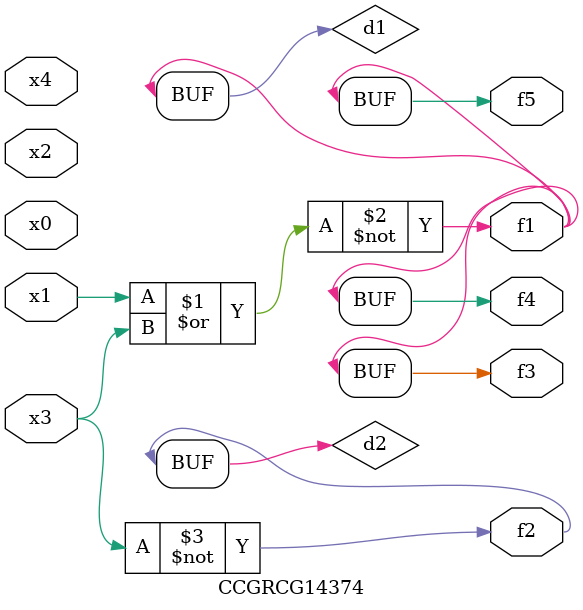
<source format=v>
module CCGRCG14374(
	input x0, x1, x2, x3, x4,
	output f1, f2, f3, f4, f5
);

	wire d1, d2;

	nor (d1, x1, x3);
	not (d2, x3);
	assign f1 = d1;
	assign f2 = d2;
	assign f3 = d1;
	assign f4 = d1;
	assign f5 = d1;
endmodule

</source>
